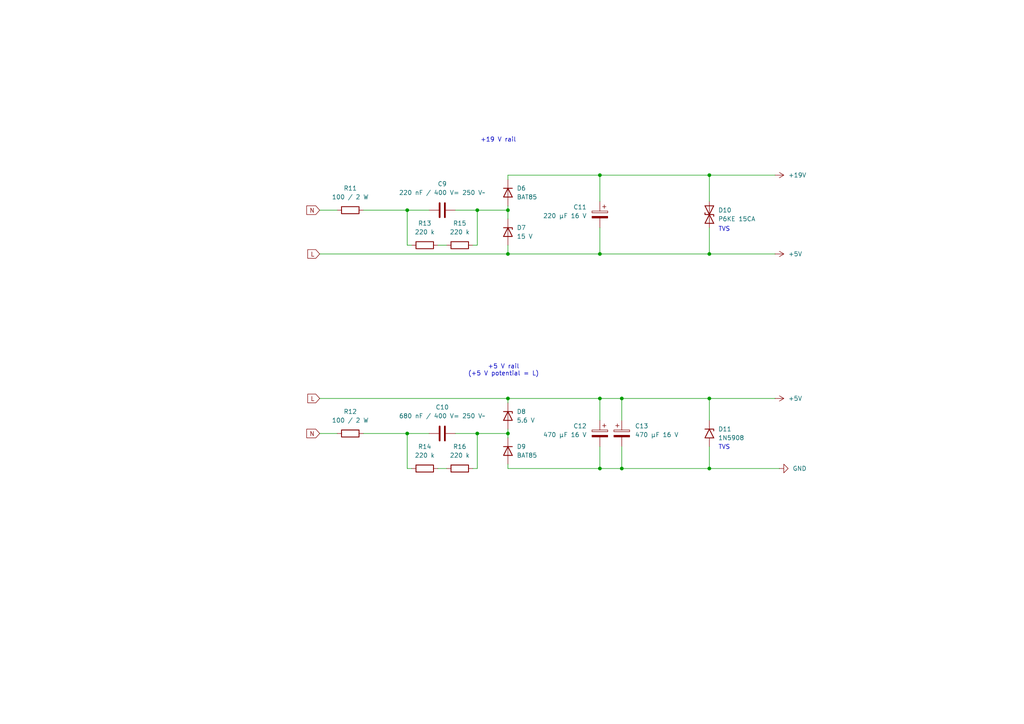
<source format=kicad_sch>
(kicad_sch (version 20250114) (generator "eeschema") (generator_version "9.0")
  (paper "A4")
  (title_block (title "Motor RPM controller - Power supply") (date "2025-09-01") (rev "1.0") (company "Michael Büsch <m@bues.ch>"))
  (lib_symbols
    (symbol "Device:C" (pin_numbers (hide yes)) (pin_names (offset 0.254))
      (property "Reference" "C" (at 0.635 2.54 0))
      (property "Value" "C" (at 0.635 -2.54 0))
      (symbol "C_0_1"
        (polyline (pts (xy -2.032 0.762) (xy 2.032 0.762)) (stroke (width 0.508)))
        (polyline (pts (xy -2.032 -0.762) (xy 2.032 -0.762)) (stroke (width 0.508)))
      )
      (symbol "C_1_1"
        (pin passive line (at 0 3.81 270) (length 2.794) (name "~") (number "1"))
        (pin passive line (at 0 -3.81 90) (length 2.794) (name "~") (number "2"))
      )
    )
    (symbol "Device:C_Polarized" (pin_numbers (hide yes)) (pin_names (offset 0.254))
      (property "Reference" "C" (at 0.635 2.54 0))
      (property "Value" "C_Polarized" (at 0.635 -2.54 0))
      (symbol "C_Polarized_0_1"
        (rectangle (start -2.286 0.508) (end 2.286 1.016))
        (polyline (pts (xy -1.778 2.286) (xy -0.762 2.286)))
        (polyline (pts (xy -1.27 2.794) (xy -1.27 1.778)))
        (rectangle (start 2.286 -0.508) (end -2.286 -1.016) (fill (type outline)))
      )
      (symbol "C_Polarized_1_1"
        (pin passive line (at 0 3.81 270) (length 2.794) (name "~") (number "1"))
        (pin passive line (at 0 -3.81 90) (length 2.794) (name "~") (number "2"))
      )
    )
    (symbol "Device:D" (pin_numbers (hide yes)) (pin_names (offset 1.016) (hide yes))
      (property "Reference" "D" (at 0 2.54 0))
      (property "Value" "D" (at 0 -2.54 0))
      (symbol "D_0_1"
        (polyline (pts (xy -1.27 1.27) (xy -1.27 -1.27)) (stroke (width 0.254)))
        (polyline (pts (xy 1.27 1.27) (xy 1.27 -1.27) (xy -1.27 0) (xy 1.27 1.27)) (stroke (width 0.254)))
        (polyline (pts (xy 1.27 0) (xy -1.27 0)))
      )
      (symbol "D_1_1"
        (pin passive line (at -3.81 0 0) (length 2.54) (name "K") (number "1"))
        (pin passive line (at 3.81 0 180) (length 2.54) (name "A") (number "2"))
      )
    )
    (symbol "Device:D_Zener" (pin_numbers (hide yes)) (pin_names (offset 1.016) (hide yes))
      (property "Reference" "D" (at 0 2.54 0))
      (property "Value" "D_Zener" (at 0 -2.54 0))
      (symbol "D_Zener_0_1"
        (polyline (pts (xy -1.27 -1.27) (xy -1.27 1.27) (xy -0.762 1.27)) (stroke (width 0.254)))
        (polyline (pts (xy 1.27 0) (xy -1.27 0)))
        (polyline (pts (xy 1.27 -1.27) (xy 1.27 1.27) (xy -1.27 0) (xy 1.27 -1.27)) (stroke (width 0.254)))
      )
      (symbol "D_Zener_1_1"
        (pin passive line (at -3.81 0 0) (length 2.54) (name "K") (number "1"))
        (pin passive line (at 3.81 0 180) (length 2.54) (name "A") (number "2"))
      )
    )
    (symbol "Device:R" (pin_numbers (hide yes)) (pin_names (offset 0))
      (property "Reference" "R" (at 2.032 0 90))
      (property "Value" "R" (at 0 0 90))
      (symbol "R_0_1"
        (rectangle (start -1.016 -2.54) (end 1.016 2.54) (stroke (width 0.254)))
      )
      (symbol "R_1_1"
        (pin passive line (at 0 3.81 270) (length 1.27) (name "~") (number "1"))
        (pin passive line (at 0 -3.81 90) (length 1.27) (name "~") (number "2"))
      )
    )
    (symbol "Diode:1N5908" (pin_numbers (hide yes)) (pin_names (offset 1.016) (hide yes))
      (property "Reference" "D" (at 0 2.54 0))
      (property "Value" "1N5908" (at 0 -2.54 0))
      (symbol "1N5908_0_1"
        (polyline (pts (xy -0.762 1.27) (xy -1.27 1.27) (xy -1.27 -1.27)) (stroke (width 0.254)))
        (polyline (pts (xy 1.27 1.27) (xy 1.27 -1.27) (xy -1.27 0) (xy 1.27 1.27)) (stroke (width 0.254)))
      )
      (symbol "1N5908_1_1"
        (pin passive line (at -3.81 0 0) (length 2.54) (name "A1") (number "1"))
        (pin passive line (at 3.81 0 180) (length 2.54) (name "A2") (number "2"))
      )
    )
    (symbol "Diode:1N62xxCA" (pin_numbers (hide yes)) (pin_names (offset 1.016) (hide yes))
      (property "Reference" "D" (at 0 2.54 0))
      (property "Value" "1N62xxCA" (at 0 -2.54 0))
      (symbol "1N62xxCA_0_1"
        (polyline (pts (xy -2.54 -1.27) (xy 0 0) (xy -2.54 1.27) (xy -2.54 -1.27)) (stroke (width 0.254)))
        (polyline (pts (xy 0.508 1.27) (xy 0 1.27) (xy 0 -1.27) (xy -0.508 -1.27)) (stroke (width 0.254)))
        (polyline (pts (xy 1.27 0) (xy -1.27 0)))
        (polyline (pts (xy 2.54 1.27) (xy 2.54 -1.27) (xy 0 0) (xy 2.54 1.27)) (stroke (width 0.254)))
      )
      (symbol "1N62xxCA_1_1"
        (pin passive line (at -3.81 0 0) (length 2.54) (name "A1") (number "1"))
        (pin passive line (at 3.81 0 180) (length 2.54) (name "A2") (number "2"))
      )
    )
    (symbol "power:+15V" (power) (pin_numbers (hide yes)) (pin_names (offset 0) (hide yes))
      (property "Value" "+15V" (at 0 3.556 0))
      (symbol "+15V_0_1"
        (polyline (pts (xy -0.762 1.27) (xy 0 2.54)))
        (polyline (pts (xy 0 2.54) (xy 0.762 1.27)))
        (polyline (pts (xy 0 0) (xy 0 2.54)))
      )
      (symbol "+15V_1_1"
        (pin power_in line (at 0 0 90) (length 0) (name "~") (number "1"))
      )
    )
    (symbol "power:+5V" (power) (pin_numbers (hide yes)) (pin_names (offset 0) (hide yes))
      (property "Value" "+5V" (at 0 3.556 0))
      (symbol "+5V_0_1"
        (polyline (pts (xy -0.762 1.27) (xy 0 2.54)))
        (polyline (pts (xy 0 2.54) (xy 0.762 1.27)))
        (polyline (pts (xy 0 0) (xy 0 2.54)))
      )
      (symbol "+5V_1_1"
        (pin power_in line (at 0 0 90) (length 0) (name "~") (number "1"))
      )
    )
    (symbol "power:GND" (power) (pin_numbers (hide yes)) (pin_names (offset 0) (hide yes))
      (property "Value" "GND" (at 0 -3.81 0))
      (symbol "GND_0_1"
        (polyline (pts (xy 0 0) (xy 0 -1.27) (xy 1.27 -1.27) (xy 0 -2.54) (xy -1.27 -1.27) (xy 0 -1.27)))
      )
      (symbol "GND_1_1"
        (pin power_in line (at 0 0 270) (length 0) (name "~") (number "1"))
      )
    )
  )
  (text "TVS" (at 210.058 66.548 0) (effects (font (size 1.27 1.27))))
  (text "+19 V rail" (at 144.526 40.64 0) (effects (font (size 1.27 1.27))))
  (text "+5 V rail\n(+5 V potential = L)" (at 146.05 107.442 0) (effects (font (size 1.27 1.27))))
  (text "TVS" (at 210.058 129.794 0) (effects (font (size 1.27 1.27))))
  (junction (at 205.74 115.57))
  (junction (at 138.43 125.73))
  (junction (at 147.32 115.57))
  (junction (at 147.32 125.73))
  (junction (at 173.99 135.89))
  (junction (at 147.32 60.96))
  (junction (at 118.11 125.73))
  (junction (at 173.99 50.8))
  (junction (at 118.11 60.96))
  (junction (at 173.99 73.66))
  (junction (at 138.43 60.96))
  (junction (at 205.74 50.8))
  (junction (at 180.34 115.57))
  (junction (at 205.74 73.66))
  (junction (at 147.32 73.66))
  (junction (at 173.99 115.57))
  (junction (at 180.34 135.89))
  (junction (at 205.74 135.89))
  (wire (pts (xy 173.99 50.8) (xy 173.99 58.42)))
  (wire (pts (xy 205.74 66.04) (xy 205.74 73.66)))
  (wire (pts (xy 118.11 125.73) (xy 124.46 125.73)))
  (wire (pts (xy 147.32 116.84) (xy 147.32 115.57)))
  (wire (pts (xy 180.34 129.54) (xy 180.34 135.89)))
  (wire (pts (xy 147.32 59.69) (xy 147.32 60.96)))
  (wire (pts (xy 119.38 135.89) (xy 118.11 135.89)))
  (wire (pts (xy 105.41 60.96) (xy 118.11 60.96)))
  (wire (pts (xy 180.34 135.89) (xy 205.74 135.89)))
  (wire (pts (xy 118.11 60.96) (xy 124.46 60.96)))
  (wire (pts (xy 138.43 125.73) (xy 147.32 125.73)))
  (wire (pts (xy 173.99 115.57) (xy 180.34 115.57)))
  (wire (pts (xy 147.32 135.89) (xy 173.99 135.89)))
  (wire (pts (xy 205.74 115.57) (xy 224.79 115.57)))
  (wire (pts (xy 137.16 135.89) (xy 138.43 135.89)))
  (wire (pts (xy 147.32 50.8) (xy 147.32 52.07)))
  (wire (pts (xy 132.08 60.96) (xy 138.43 60.96)))
  (wire (pts (xy 205.74 135.89) (xy 226.06 135.89)))
  (wire (pts (xy 173.99 115.57) (xy 173.99 121.92)))
  (wire (pts (xy 105.41 125.73) (xy 118.11 125.73)))
  (wire (pts (xy 132.08 125.73) (xy 138.43 125.73)))
  (wire (pts (xy 173.99 50.8) (xy 147.32 50.8)))
  (wire (pts (xy 119.38 71.12) (xy 118.11 71.12)))
  (wire (pts (xy 118.11 60.96) (xy 118.11 71.12)))
  (wire (pts (xy 127 71.12) (xy 129.54 71.12)))
  (wire (pts (xy 137.16 71.12) (xy 138.43 71.12)))
  (wire (pts (xy 147.32 63.5) (xy 147.32 60.96)))
  (wire (pts (xy 127 135.89) (xy 129.54 135.89)))
  (wire (pts (xy 173.99 135.89) (xy 180.34 135.89)))
  (wire (pts (xy 205.74 50.8) (xy 205.74 58.42)))
  (wire (pts (xy 147.32 71.12) (xy 147.32 73.66)))
  (wire (pts (xy 180.34 115.57) (xy 180.34 121.92)))
  (wire (pts (xy 205.74 50.8) (xy 224.79 50.8)))
  (wire (pts (xy 173.99 73.66) (xy 205.74 73.66)))
  (wire (pts (xy 147.32 73.66) (xy 173.99 73.66)))
  (wire (pts (xy 138.43 71.12) (xy 138.43 60.96)))
  (wire (pts (xy 118.11 125.73) (xy 118.11 135.89)))
  (wire (pts (xy 173.99 50.8) (xy 205.74 50.8)))
  (wire (pts (xy 92.71 115.57) (xy 147.32 115.57)))
  (wire (pts (xy 147.32 134.62) (xy 147.32 135.89)))
  (wire (pts (xy 173.99 66.04) (xy 173.99 73.66)))
  (wire (pts (xy 205.74 73.66) (xy 224.79 73.66)))
  (wire (pts (xy 97.79 125.73) (xy 92.71 125.73)))
  (wire (pts (xy 173.99 129.54) (xy 173.99 135.89)))
  (wire (pts (xy 147.32 115.57) (xy 173.99 115.57)))
  (wire (pts (xy 97.79 60.96) (xy 92.71 60.96)))
  (wire (pts (xy 205.74 115.57) (xy 205.74 121.92)))
  (wire (pts (xy 147.32 60.96) (xy 138.43 60.96)))
  (wire (pts (xy 92.71 73.66) (xy 147.32 73.66)))
  (wire (pts (xy 180.34 115.57) (xy 205.74 115.57)))
  (wire (pts (xy 147.32 125.73) (xy 147.32 127)))
  (wire (pts (xy 205.74 129.54) (xy 205.74 135.89)))
  (wire (pts (xy 147.32 125.73) (xy 147.32 124.46)))
  (wire (pts (xy 138.43 135.89) (xy 138.43 125.73)))
  (global_label "L" (shape input) (at 92.71 73.66 180) (property "Intersheetrefs" "${INTERSHEET_REFS}" (effects (hide yes))))
  (global_label "N" (shape input) (at 92.71 125.73 180) (property "Intersheetrefs" "${INTERSHEET_REFS}" (effects (hide yes))))
  (global_label "L" (shape input) (at 92.71 115.57 180) (property "Intersheetrefs" "${INTERSHEET_REFS}" (effects (hide yes))))
  (global_label "N" (shape input) (at 92.71 60.96 180) (property "Intersheetrefs" "${INTERSHEET_REFS}" (effects (hide yes))))
  (symbol (lib_id "Device:R") (at 133.35 71.12 90) (unit 1)
    (property "Reference" "R15" (at 133.35 64.77 90))
    (property "Value" "220 k" (at 133.35 67.31 90))
    (property "Description" "Resistor" (effects (hide yes)))
  )
  (symbol (lib_id "Device:R") (at 133.35 135.89 90) (unit 1)
    (property "Reference" "R16" (at 133.35 129.54 90))
    (property "Value" "220 k" (at 133.35 132.08 90))
    (property "Description" "Resistor" (effects (hide yes)))
  )
  (symbol (lib_id "Device:R") (at 123.19 71.12 90) (unit 1)
    (property "Reference" "R13" (at 123.19 64.77 90))
    (property "Value" "220 k" (at 123.19 67.31 90))
    (property "Description" "Resistor" (effects (hide yes)))
  )
  (symbol (lib_id "Device:R") (at 123.19 135.89 90) (unit 1)
    (property "Reference" "R14" (at 123.19 129.54 90))
    (property "Value" "220 k" (at 123.19 132.08 90))
    (property "Description" "Resistor" (effects (hide yes)))
  )
  (symbol (lib_id "Device:R") (at 101.6 60.96 90) (unit 1)
    (property "Reference" "R11" (at 101.6 54.61 90))
    (property "Value" "100 / 2 W" (at 101.6 57.15 90))
    (property "Description" "Resistor" (effects (hide yes)))
  )
  (symbol (lib_id "power:+15V") (at 224.79 50.8 270) (unit 1)
    (property "Reference" "#PWR015" (effects (hide yes)))
    (property "Value" "+19V" (at 228.6 50.7999 90) (effects (justify left)))
    (property "Description" "Power symbol creates a global label with name \"+15V\"" (effects (hide yes)))
  )
  (symbol (lib_id "power:+5V") (at 224.79 115.57 270) (unit 1)
    (property "Reference" "#PWR017" (effects (hide yes)))
    (property "Value" "+5V" (at 228.6 115.5699 90) (effects (justify left)))
    (property "Description" "Power symbol creates a global label with name \"+5V\"" (effects (hide yes)))
  )
  (symbol (lib_id "Diode:1N62xxCA") (at 205.74 62.23 90) (unit 1)
    (property "Reference" "D10" (at 208.28 60.9599 90) (effects (justify right)))
    (property "Value" "P6KE 15CA" (at 208.28 63.4999 90) (effects (justify right)))
    (property "Footprint" "Diode_THT:D_DO-201AE_P15.24mm_Horizontal" (effects (hide yes)))
    (property "Datasheet" "https://www.vishay.com/docs/88301/15ke.pdf" (effects (hide yes)))
    (property "Description" "1500W bidirectional TRANSZORB® Transient Voltage Suppressor, DO-201AE" (effects (hide yes)))
  )
  (symbol (lib_id "Device:C_Polarized") (at 173.99 125.73 0) (mirror y) (unit 1)
    (property "Reference" "C12" (at 170.18 123.5709 0) (effects (justify left)))
    (property "Value" "470 µF 16 V" (at 170.18 126.1109 0) (effects (justify left)))
    (property "Description" "Polarized capacitor" (effects (hide yes)))
  )
  (symbol (lib_id "Device:C_Polarized") (at 173.99 62.23 0) (mirror y) (unit 1)
    (property "Reference" "C11" (at 170.18 60.0709 0) (effects (justify left)))
    (property "Value" "220 µF 16 V" (at 170.18 62.6109 0) (effects (justify left)))
    (property "Description" "Polarized capacitor" (effects (hide yes)))
  )
  (symbol (lib_id "Diode:1N5908") (at 205.74 125.73 270) (unit 1)
    (property "Reference" "D11" (at 208.28 124.4599 90) (effects (justify left)))
    (property "Value" "1N5908" (at 208.28 126.9999 90) (effects (justify left)))
    (property "Footprint" "Diode_THT:D_DO-201AE_P15.24mm_Horizontal" (effects (hide yes)))
    (property "Datasheet" "https://www.st.com/resource/en/datasheet/1n5908.pdf" (effects (hide yes)))
    (property "Description" "1500W (10/1000 μs) Unidirectional TVS Diode, VRM = 5V (IRM = 300 μA at 25°C), VBR = 6V, DO-201AE" (effects (hide yes)))
  )
  (symbol (lib_id "Device:R") (at 101.6 125.73 90) (unit 1)
    (property "Reference" "R12" (at 101.6 119.38 90))
    (property "Value" "100 / 2 W" (at 101.6 121.92 90))
    (property "Description" "Resistor" (effects (hide yes)))
  )
  (symbol (lib_id "Device:D_Zener") (at 147.32 120.65 270) (unit 1)
    (property "Reference" "D8" (at 149.86 119.3799 90) (effects (justify left)))
    (property "Value" "5.6 V" (at 149.86 121.9199 90) (effects (justify left)))
    (property "Description" "Zener diode" (effects (hide yes)))
  )
  (symbol (lib_id "Device:C") (at 128.27 60.96 90) (unit 1)
    (property "Reference" "C9" (at 128.27 53.34 90))
    (property "Value" "220 nF / 400 V= 250 V~" (at 128.27 55.88 90))
    (property "Description" "Unpolarized capacitor" (effects (hide yes)))
  )
  (symbol (lib_id "Device:C_Polarized") (at 180.34 125.73 0) (unit 1)
    (property "Reference" "C13" (at 184.15 123.5709 0) (effects (justify left)))
    (property "Value" "470 µF 16 V" (at 184.15 126.1109 0) (effects (justify left)))
    (property "Description" "Polarized capacitor" (effects (hide yes)))
  )
  (symbol (lib_id "power:GND") (at 226.06 135.89 90) (unit 1)
    (property "Reference" "#PWR018" (effects (hide yes)))
    (property "Value" "GND" (at 229.87 135.8899 90) (effects (justify right)))
    (property "Description" "Power symbol creates a global label with name \"GND\" , ground" (effects (hide yes)))
  )
  (symbol (lib_id "power:+5V") (at 224.79 73.66 270) (unit 1)
    (property "Reference" "#PWR016" (effects (hide yes)))
    (property "Value" "+5V" (at 228.6 73.6599 90) (effects (justify left)))
    (property "Description" "Power symbol creates a global label with name \"+5V\"" (effects (hide yes)))
  )
  (symbol (lib_id "Device:D") (at 147.32 130.81 270) (unit 1)
    (property "Reference" "D9" (at 149.86 129.5399 90) (effects (justify left)))
    (property "Value" "BAT85" (at 149.86 132.0799 90) (effects (justify left)))
    (property "Description" "Diode" (effects (hide yes)))
    (property "Sim.Device" "D" (effects (hide yes)))
    (property "Sim.Pins" "1=K 2=A" (effects (hide yes)))
  )
  (symbol (lib_id "Device:D") (at 147.32 55.88 270) (unit 1)
    (property "Reference" "D6" (at 149.86 54.6099 90) (effects (justify left)))
    (property "Value" "BAT85" (at 149.86 57.1499 90) (effects (justify left)))
    (property "Description" "Diode" (effects (hide yes)))
    (property "Sim.Device" "D" (effects (hide yes)))
    (property "Sim.Pins" "1=K 2=A" (effects (hide yes)))
  )
  (symbol (lib_id "Device:D_Zener") (at 147.32 67.31 270) (unit 1)
    (property "Reference" "D7" (at 149.86 66.0399 90) (effects (justify left)))
    (property "Value" "15 V" (at 149.86 68.5799 90) (effects (justify left)))
    (property "Description" "Zener diode" (effects (hide yes)))
  )
  (symbol (lib_id "Device:C") (at 128.27 125.73 90) (unit 1)
    (property "Reference" "C10" (at 128.27 118.11 90))
    (property "Value" "680 nF / 400 V= 250 V~" (at 128.27 120.65 90))
    (property "Description" "Unpolarized capacitor" (effects (hide yes)))
  )
)
</source>
